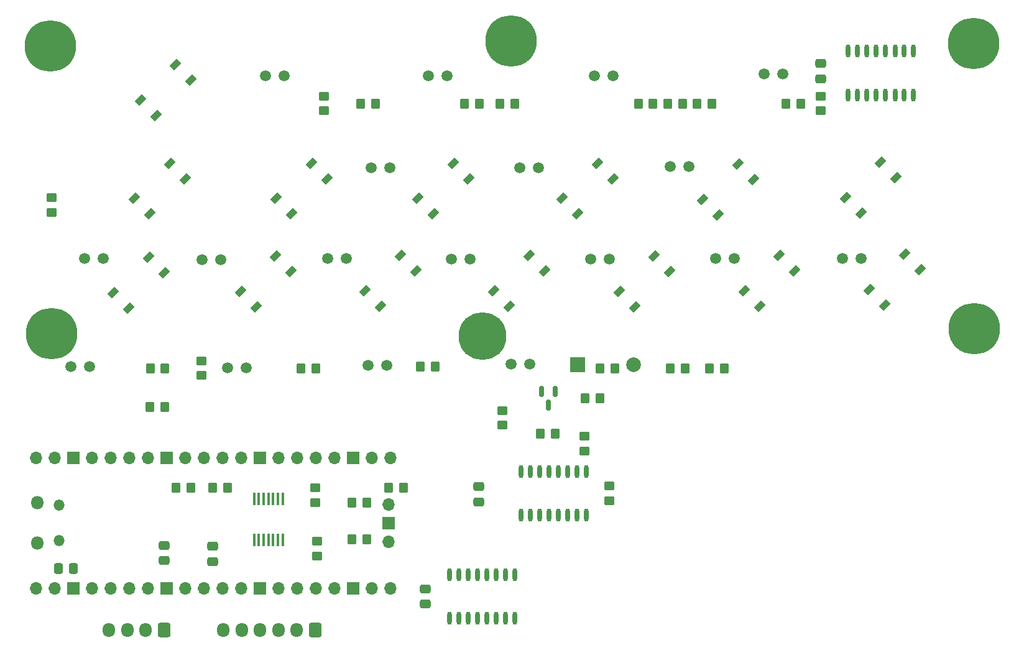
<source format=gbr>
%TF.GenerationSoftware,KiCad,Pcbnew,6.0.11+dfsg-1~bpo11+1*%
%TF.CreationDate,2023-05-07T06:08:46+00:00*%
%TF.ProjectId,CoverUI,436f7665-7255-4492-9e6b-696361645f70,rev?*%
%TF.SameCoordinates,Original*%
%TF.FileFunction,Soldermask,Top*%
%TF.FilePolarity,Negative*%
%FSLAX46Y46*%
G04 Gerber Fmt 4.6, Leading zero omitted, Abs format (unit mm)*
G04 Created by KiCad (PCBNEW 6.0.11+dfsg-1~bpo11+1) date 2023-05-07 06:08:46*
%MOMM*%
%LPD*%
G01*
G04 APERTURE LIST*
G04 Aperture macros list*
%AMRoundRect*
0 Rectangle with rounded corners*
0 $1 Rounding radius*
0 $2 $3 $4 $5 $6 $7 $8 $9 X,Y pos of 4 corners*
0 Add a 4 corners polygon primitive as box body*
4,1,4,$2,$3,$4,$5,$6,$7,$8,$9,$2,$3,0*
0 Add four circle primitives for the rounded corners*
1,1,$1+$1,$2,$3*
1,1,$1+$1,$4,$5*
1,1,$1+$1,$6,$7*
1,1,$1+$1,$8,$9*
0 Add four rect primitives between the rounded corners*
20,1,$1+$1,$2,$3,$4,$5,0*
20,1,$1+$1,$4,$5,$6,$7,0*
20,1,$1+$1,$6,$7,$8,$9,0*
20,1,$1+$1,$8,$9,$2,$3,0*%
%AMRotRect*
0 Rectangle, with rotation*
0 The origin of the aperture is its center*
0 $1 length*
0 $2 width*
0 $3 Rotation angle, in degrees counterclockwise*
0 Add horizontal line*
21,1,$1,$2,0,0,$3*%
G04 Aperture macros list end*
%ADD10C,1.000000*%
%ADD11C,7.000000*%
%ADD12C,6.500000*%
%ADD13RoundRect,0.250000X0.350000X0.450000X-0.350000X0.450000X-0.350000X-0.450000X0.350000X-0.450000X0*%
%ADD14O,0.600000X1.800000*%
%ADD15R,0.400000X1.700000*%
%ADD16RoundRect,0.250000X0.450000X-0.350000X0.450000X0.350000X-0.450000X0.350000X-0.450000X-0.350000X0*%
%ADD17C,1.520000*%
%ADD18RotRect,1.400000X0.900000X45.000000*%
%ADD19RoundRect,0.250000X-0.350000X-0.450000X0.350000X-0.450000X0.350000X0.450000X-0.350000X0.450000X0*%
%ADD20RoundRect,0.250000X-0.450000X0.350000X-0.450000X-0.350000X0.450000X-0.350000X0.450000X0.350000X0*%
%ADD21RoundRect,0.250000X0.475000X-0.337500X0.475000X0.337500X-0.475000X0.337500X-0.475000X-0.337500X0*%
%ADD22RoundRect,0.150000X-0.150000X0.587500X-0.150000X-0.587500X0.150000X-0.587500X0.150000X0.587500X0*%
%ADD23RoundRect,0.250000X-0.337500X-0.475000X0.337500X-0.475000X0.337500X0.475000X-0.337500X0.475000X0*%
%ADD24RoundRect,0.250000X0.600000X0.725000X-0.600000X0.725000X-0.600000X-0.725000X0.600000X-0.725000X0*%
%ADD25O,1.700000X1.950000*%
%ADD26R,2.000000X2.000000*%
%ADD27C,2.000000*%
%ADD28O,1.800000X1.800000*%
%ADD29O,1.500000X1.500000*%
%ADD30O,1.700000X1.700000*%
%ADD31R,1.700000X1.700000*%
G04 APERTURE END LIST*
D10*
%TO.C,H1001*%
X70973155Y-66833155D03*
X70973155Y-63120845D03*
X67260845Y-66833155D03*
X66492000Y-64977000D03*
X67260845Y-63120845D03*
X69117000Y-67602000D03*
D11*
X69117000Y-64977000D03*
D10*
X69117000Y-62352000D03*
X71742000Y-64977000D03*
%TD*%
%TO.C,H1006*%
X129302000Y-64287000D03*
X133783155Y-66143155D03*
X130070845Y-66143155D03*
X134552000Y-64287000D03*
D11*
X131927000Y-64287000D03*
D10*
X131927000Y-66912000D03*
X133783155Y-62430845D03*
X131927000Y-61662000D03*
X130070845Y-62430845D03*
%TD*%
%TO.C,H1002*%
X194877000Y-61952000D03*
X192252000Y-64577000D03*
X193020845Y-62720845D03*
X197502000Y-64577000D03*
X193020845Y-66433155D03*
D11*
X194877000Y-64577000D03*
D10*
X194877000Y-67202000D03*
X196733155Y-66433155D03*
X196733155Y-62720845D03*
%TD*%
%TO.C,H1003*%
X69287000Y-106762000D03*
X71143155Y-105993155D03*
X71143155Y-102280845D03*
X67430845Y-105993155D03*
X69287000Y-101512000D03*
X67430845Y-102280845D03*
X71912000Y-104137000D03*
X66662000Y-104137000D03*
D11*
X69287000Y-104137000D03*
%TD*%
D10*
%TO.C,H1004*%
X129883155Y-106343155D03*
X130652000Y-104487000D03*
X129883155Y-102630845D03*
X126170845Y-106343155D03*
X126170845Y-102630845D03*
D12*
X128027000Y-104487000D03*
D10*
X128027000Y-101862000D03*
X125402000Y-104487000D03*
X128027000Y-107112000D03*
%TD*%
D11*
%TO.C,H1005*%
X194937000Y-103507000D03*
D10*
X194937000Y-106132000D03*
X193080845Y-101650845D03*
X194937000Y-100882000D03*
X192312000Y-103507000D03*
X196793155Y-101650845D03*
X193080845Y-105363155D03*
X197562000Y-103507000D03*
X196793155Y-105363155D03*
%TD*%
D13*
%TO.C,R21*%
X84734400Y-114147600D03*
X82734400Y-114147600D03*
%TD*%
%TO.C,R15*%
X151231600Y-72796400D03*
X149231600Y-72796400D03*
%TD*%
D14*
%TO.C,U3*%
X133268800Y-128903200D03*
X134538800Y-128903200D03*
X135808800Y-128903200D03*
X137078800Y-128903200D03*
X138348800Y-128903200D03*
X139628800Y-128903200D03*
X140888800Y-128903200D03*
X142158800Y-128903200D03*
X142158800Y-122963200D03*
X140888800Y-122963200D03*
X139628800Y-122963200D03*
X138348800Y-122963200D03*
X137078800Y-122963200D03*
X135808800Y-122963200D03*
X134538800Y-122963200D03*
X133268800Y-122963200D03*
%TD*%
D15*
%TO.C,U5*%
X100801200Y-126635600D03*
X100151200Y-126635600D03*
X99501200Y-126635600D03*
X98851200Y-126635600D03*
X98201200Y-126635600D03*
X97551200Y-126635600D03*
X96901200Y-126635600D03*
X96901200Y-132235600D03*
X97551200Y-132235600D03*
X98201200Y-132235600D03*
X98851200Y-132235600D03*
X99501200Y-132235600D03*
X100151200Y-132235600D03*
X100801200Y-132235600D03*
%TD*%
D16*
%TO.C,R6*%
X105252000Y-127152400D03*
X105252000Y-125152400D03*
%TD*%
D17*
%TO.C,D1013*%
X159752000Y-93887000D03*
X162292000Y-93887000D03*
%TD*%
%TO.C,D1016*%
X93272000Y-108777000D03*
X95812000Y-108777000D03*
%TD*%
D14*
%TO.C,U2*%
X177820400Y-71600800D03*
X179090400Y-71600800D03*
X180360400Y-71600800D03*
X181630400Y-71600800D03*
X182900400Y-71600800D03*
X184180400Y-71600800D03*
X185440400Y-71600800D03*
X186710400Y-71600800D03*
X186710400Y-65660800D03*
X185440400Y-65660800D03*
X184180400Y-65660800D03*
X182900400Y-65660800D03*
X181630400Y-65660800D03*
X180360400Y-65660800D03*
X179090400Y-65660800D03*
X177820400Y-65660800D03*
%TD*%
D13*
%TO.C,R8*%
X112252000Y-127152400D03*
X110252000Y-127152400D03*
%TD*%
D16*
%TO.C,R3*%
X174056800Y-73796400D03*
X174056800Y-71796400D03*
%TD*%
D18*
%TO.C,SW12*%
X129532177Y-98330503D03*
X134340503Y-93522177D03*
X131653497Y-100451823D03*
X136461823Y-95643497D03*
%TD*%
D19*
%TO.C,R14*%
X130406400Y-72796400D03*
X132406400Y-72796400D03*
%TD*%
D20*
%TO.C,R17*%
X145288000Y-124898400D03*
X145288000Y-126898400D03*
%TD*%
D13*
%TO.C,R4*%
X144000000Y-113000000D03*
X142000000Y-113000000D03*
%TD*%
D21*
%TO.C,C3*%
X174091600Y-69414300D03*
X174091600Y-67339300D03*
%TD*%
D18*
%TO.C,SW5*%
X138872177Y-85730503D03*
X143680503Y-80922177D03*
X140993497Y-87851823D03*
X145801823Y-83043497D03*
%TD*%
D17*
%TO.C,D1005*%
X112852000Y-81577000D03*
X115392000Y-81577000D03*
%TD*%
D13*
%TO.C,R10*%
X155600400Y-108864400D03*
X153600400Y-108864400D03*
%TD*%
D19*
%TO.C,R25*%
X119564400Y-108661200D03*
X121564400Y-108661200D03*
%TD*%
D13*
%TO.C,R23*%
X84769200Y-108864400D03*
X82769200Y-108864400D03*
%TD*%
D16*
%TO.C,R30*%
X141884400Y-120160800D03*
X141884400Y-118160800D03*
%TD*%
D17*
%TO.C,D1012*%
X142742000Y-94007000D03*
X145282000Y-94007000D03*
%TD*%
D22*
%TO.C,Q1*%
X137906800Y-111990900D03*
X136006800Y-111990900D03*
X136956800Y-113865900D03*
%TD*%
D23*
%TO.C,C1001*%
X70214500Y-136152400D03*
X72289500Y-136152400D03*
%TD*%
D17*
%TO.C,D1002*%
X120632000Y-69037000D03*
X123172000Y-69037000D03*
%TD*%
%TO.C,D1006*%
X133062000Y-81527000D03*
X135602000Y-81527000D03*
%TD*%
D18*
%TO.C,SW8*%
X180662177Y-98100503D03*
X185470503Y-93292177D03*
X182783497Y-100221823D03*
X187591823Y-95413497D03*
%TD*%
D13*
%TO.C,R2*%
X137906000Y-117805200D03*
X135906000Y-117805200D03*
%TD*%
D16*
%TO.C,R22*%
X69342000Y-87648800D03*
X69342000Y-85648800D03*
%TD*%
D18*
%TO.C,SW2*%
X80582177Y-85730503D03*
X85390503Y-80922177D03*
X82703497Y-87851823D03*
X87511823Y-83043497D03*
%TD*%
%TO.C,SW9*%
X77742177Y-98560503D03*
X82550503Y-93752177D03*
X79863497Y-100681823D03*
X84671823Y-95873497D03*
%TD*%
D14*
%TO.C,U4*%
X123515200Y-142924000D03*
X124785200Y-142924000D03*
X126055200Y-142924000D03*
X127325200Y-142924000D03*
X128595200Y-142924000D03*
X129875200Y-142924000D03*
X131135200Y-142924000D03*
X132405200Y-142924000D03*
X132405200Y-136984000D03*
X131135200Y-136984000D03*
X129875200Y-136984000D03*
X128595200Y-136984000D03*
X127325200Y-136984000D03*
X126055200Y-136984000D03*
X124785200Y-136984000D03*
X123515200Y-136984000D03*
%TD*%
D18*
%TO.C,SW1*%
X81392177Y-72330503D03*
X86200503Y-67522177D03*
X83513497Y-74451823D03*
X88321823Y-69643497D03*
%TD*%
D16*
%TO.C,R29*%
X105506000Y-134464800D03*
X105506000Y-132464800D03*
%TD*%
D20*
%TO.C,R20*%
X89712800Y-107864400D03*
X89712800Y-109864400D03*
%TD*%
D18*
%TO.C,SW13*%
X146592177Y-98380503D03*
X151400503Y-93572177D03*
X148713497Y-100501823D03*
X153521823Y-95693497D03*
%TD*%
D21*
%TO.C,C1*%
X120243600Y-141020800D03*
X120243600Y-138945800D03*
%TD*%
D13*
%TO.C,R11*%
X160934400Y-108864400D03*
X158934400Y-108864400D03*
%TD*%
D17*
%TO.C,D1007*%
X153562000Y-81407000D03*
X156102000Y-81407000D03*
%TD*%
D16*
%TO.C,R27*%
X106406400Y-73796400D03*
X106406400Y-71796400D03*
%TD*%
D17*
%TO.C,D1017*%
X112392000Y-108497000D03*
X114932000Y-108497000D03*
%TD*%
%TO.C,D1014*%
X177042000Y-93947000D03*
X179582000Y-93947000D03*
%TD*%
%TO.C,D1010*%
X106892000Y-93947000D03*
X109432000Y-93947000D03*
%TD*%
D13*
%TO.C,R1*%
X117252000Y-125152400D03*
X115252000Y-125152400D03*
%TD*%
D18*
%TO.C,SW14*%
X163602177Y-98270503D03*
X168410503Y-93462177D03*
X165723497Y-100391823D03*
X170531823Y-95583497D03*
%TD*%
D16*
%TO.C,R7*%
X130708400Y-116636800D03*
X130708400Y-114636800D03*
%TD*%
D17*
%TO.C,D1018*%
X131862000Y-108317000D03*
X134402000Y-108317000D03*
%TD*%
D18*
%TO.C,SW6*%
X158002177Y-85840503D03*
X162810503Y-81032177D03*
X160123497Y-87961823D03*
X164931823Y-83153497D03*
%TD*%
D13*
%TO.C,R28*%
X113406400Y-72796400D03*
X111406400Y-72796400D03*
%TD*%
D17*
%TO.C,D1001*%
X98472000Y-69037000D03*
X101012000Y-69037000D03*
%TD*%
%TO.C,D1004*%
X166332000Y-68757000D03*
X168872000Y-68757000D03*
%TD*%
%TO.C,D1008*%
X73787000Y-93947000D03*
X76327000Y-93947000D03*
%TD*%
D19*
%TO.C,R18*%
X144000000Y-108864400D03*
X146000000Y-108864400D03*
%TD*%
D21*
%TO.C,C1003*%
X84683600Y-135077200D03*
X84683600Y-133002200D03*
%TD*%
D18*
%TO.C,SW11*%
X112012177Y-98330503D03*
X116820503Y-93522177D03*
X114133497Y-100451823D03*
X118941823Y-95643497D03*
%TD*%
D13*
%TO.C,R12*%
X155260800Y-72796400D03*
X153260800Y-72796400D03*
%TD*%
%TO.C,R19*%
X88252000Y-125152400D03*
X86252000Y-125152400D03*
%TD*%
D19*
%TO.C,R9*%
X110252000Y-132152400D03*
X112252000Y-132152400D03*
%TD*%
D21*
%TO.C,C1002*%
X91252000Y-135189900D03*
X91252000Y-133114900D03*
%TD*%
D13*
%TO.C,R26*%
X93252000Y-125152400D03*
X91252000Y-125152400D03*
%TD*%
D17*
%TO.C,D1015*%
X71932000Y-108607000D03*
X74472000Y-108607000D03*
%TD*%
%TO.C,D1011*%
X123722000Y-94007000D03*
X126262000Y-94007000D03*
%TD*%
D21*
%TO.C,C2*%
X127457200Y-127093800D03*
X127457200Y-125018800D03*
%TD*%
D13*
%TO.C,R24*%
X105276400Y-108915200D03*
X103276400Y-108915200D03*
%TD*%
D17*
%TO.C,D1009*%
X89822000Y-94067000D03*
X92362000Y-94067000D03*
%TD*%
D13*
%TO.C,R13*%
X127558800Y-72796400D03*
X125558800Y-72796400D03*
%TD*%
D18*
%TO.C,SW10*%
X95032177Y-98380503D03*
X99840503Y-93572177D03*
X97153497Y-100501823D03*
X101961823Y-95693497D03*
%TD*%
D13*
%TO.C,R16*%
X159207200Y-72796400D03*
X157207200Y-72796400D03*
%TD*%
D18*
%TO.C,SW7*%
X177412177Y-85610503D03*
X182220503Y-80802177D03*
X179533497Y-87731823D03*
X184341823Y-82923497D03*
%TD*%
%TO.C,SW3*%
X99882177Y-85730503D03*
X104690503Y-80922177D03*
X102003497Y-87851823D03*
X106811823Y-83043497D03*
%TD*%
D13*
%TO.C,R5*%
X171313600Y-72796400D03*
X169313600Y-72796400D03*
%TD*%
D17*
%TO.C,D1003*%
X143252000Y-69037000D03*
X145792000Y-69037000D03*
%TD*%
D18*
%TO.C,SW4*%
X119172177Y-85730503D03*
X123980503Y-80922177D03*
X121293497Y-87851823D03*
X126101823Y-83043497D03*
%TD*%
D24*
%TO.C,J1001*%
X84632800Y-144576800D03*
D25*
X82132800Y-144576800D03*
X79632800Y-144576800D03*
X77132800Y-144576800D03*
%TD*%
D26*
%TO.C,BZ1*%
X140929200Y-108356400D03*
D27*
X148529200Y-108356400D03*
%TD*%
D24*
%TO.C,J2*%
X105206800Y-144576800D03*
D25*
X102706800Y-144576800D03*
X100206800Y-144576800D03*
X97706800Y-144576800D03*
X95206800Y-144576800D03*
X92706800Y-144576800D03*
%TD*%
D28*
%TO.C,U1*%
X67338400Y-132671400D03*
D29*
X70368400Y-132371400D03*
D28*
X67338400Y-127221400D03*
D29*
X70368400Y-127521400D03*
D30*
X67208400Y-121056400D03*
X69748400Y-121056400D03*
D31*
X72288400Y-121056400D03*
D30*
X74828400Y-121056400D03*
X77368400Y-121056400D03*
X79908400Y-121056400D03*
X82448400Y-121056400D03*
D31*
X84988400Y-121056400D03*
D30*
X87528400Y-121056400D03*
X90068400Y-121056400D03*
X92608400Y-121056400D03*
X95148400Y-121056400D03*
D31*
X97688400Y-121056400D03*
D30*
X100228400Y-121056400D03*
X102768400Y-121056400D03*
X105308400Y-121056400D03*
X107848400Y-121056400D03*
D31*
X110388400Y-121056400D03*
D30*
X112928400Y-121056400D03*
X115468400Y-121056400D03*
X115468400Y-138836400D03*
X112928400Y-138836400D03*
D31*
X110388400Y-138836400D03*
D30*
X107848400Y-138836400D03*
X105308400Y-138836400D03*
X102768400Y-138836400D03*
X100228400Y-138836400D03*
D31*
X97688400Y-138836400D03*
D30*
X95148400Y-138836400D03*
X92608400Y-138836400D03*
X90068400Y-138836400D03*
X87528400Y-138836400D03*
D31*
X84988400Y-138836400D03*
D30*
X82448400Y-138836400D03*
X79908400Y-138836400D03*
X77368400Y-138836400D03*
X74828400Y-138836400D03*
D31*
X72288400Y-138836400D03*
D30*
X69748400Y-138836400D03*
X67208400Y-138836400D03*
X115238400Y-127406400D03*
D31*
X115238400Y-129946400D03*
D30*
X115238400Y-132486400D03*
%TD*%
M02*

</source>
